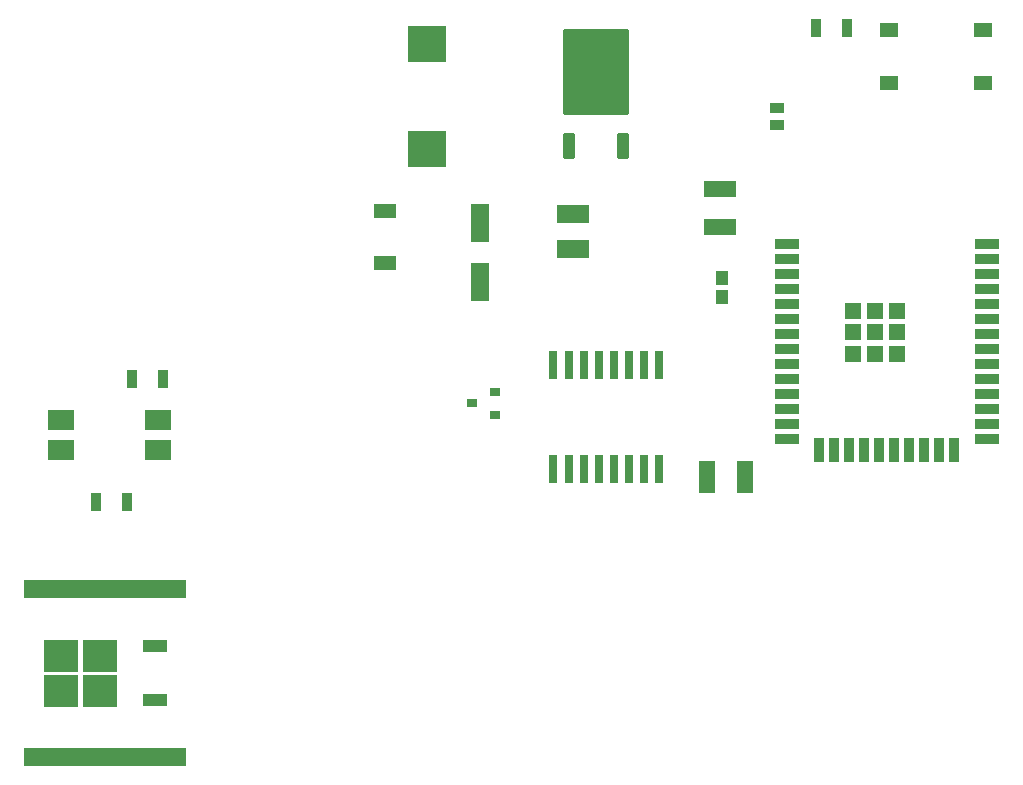
<source format=gtp>
G04*
G04 #@! TF.GenerationSoftware,Altium Limited,Altium Designer,25.1.2 (22)*
G04*
G04 Layer_Color=8421504*
%FSLAX44Y44*%
%MOMM*%
G71*
G04*
G04 #@! TF.SameCoordinates,735CD127-3729-4D2A-A9AC-AB826B6A9FB7*
G04*
G04*
G04 #@! TF.FilePolarity,Positive*
G04*
G01*
G75*
%ADD14R,3.0000X2.7000*%
%ADD15R,2.1000X1.1000*%
%ADD16R,1.9000X1.2000*%
%ADD17R,0.8000X2.4000*%
%ADD18R,0.7000X2.4000*%
G04:AMPARAMS|DCode=19|XSize=5.55mm|YSize=7.2mm|CornerRadius=0.0555mm|HoleSize=0mm|Usage=FLASHONLY|Rotation=180.000|XOffset=0mm|YOffset=0mm|HoleType=Round|Shape=RoundedRectangle|*
%AMROUNDEDRECTD19*
21,1,5.5500,7.0890,0,0,180.0*
21,1,5.4390,7.2000,0,0,180.0*
1,1,0.1110,-2.7195,3.5445*
1,1,0.1110,2.7195,3.5445*
1,1,0.1110,2.7195,-3.5445*
1,1,0.1110,-2.7195,-3.5445*
%
%ADD19ROUNDEDRECTD19*%
G04:AMPARAMS|DCode=20|XSize=1mm|YSize=2.2mm|CornerRadius=0.05mm|HoleSize=0mm|Usage=FLASHONLY|Rotation=180.000|XOffset=0mm|YOffset=0mm|HoleType=Round|Shape=RoundedRectangle|*
%AMROUNDEDRECTD20*
21,1,1.0000,2.1000,0,0,180.0*
21,1,0.9000,2.2000,0,0,180.0*
1,1,0.1000,-0.4500,1.0500*
1,1,0.1000,0.4500,1.0500*
1,1,0.1000,0.4500,-1.0500*
1,1,0.1000,-0.4500,-1.0500*
%
%ADD20ROUNDEDRECTD20*%
%ADD21R,0.9000X0.8000*%
%ADD22R,2.0000X0.9000*%
%ADD23R,0.9000X2.0000*%
%ADD24R,1.3300X1.3300*%
%ADD25R,1.3500X2.8000*%
%ADD26R,2.8000X1.3500*%
%ADD27R,1.0121X1.2084*%
%ADD28R,0.9000X1.5500*%
%ADD29R,13.7160X1.5240*%
%ADD30R,2.2000X1.7000*%
%ADD31R,1.6000X3.2000*%
%ADD32R,1.5500X1.3000*%
%ADD33R,3.2510X3.1240*%
%ADD34R,2.8000X1.6000*%
%ADD35R,1.2621X0.9578*%
D14*
X208880Y132320D02*
D03*
Y162320D02*
D03*
X241880Y132320D02*
D03*
Y162320D02*
D03*
D15*
X288380Y124520D02*
D03*
Y170120D02*
D03*
D16*
X483362Y494382D02*
D03*
Y538382D02*
D03*
D17*
X715510Y320490D02*
D03*
X625610D02*
D03*
Y408490D02*
D03*
X715510D02*
D03*
D18*
X702310Y320490D02*
D03*
X689610D02*
D03*
X676910D02*
D03*
X664210D02*
D03*
X651510D02*
D03*
X638810D02*
D03*
Y408490D02*
D03*
X651510D02*
D03*
X664210D02*
D03*
X676910D02*
D03*
X689610D02*
D03*
X702310D02*
D03*
D19*
X661670Y656540D02*
D03*
D20*
X684470Y593540D02*
D03*
X638870D02*
D03*
D21*
X576420Y366420D02*
D03*
Y385420D02*
D03*
X556420Y375920D02*
D03*
D22*
X823130Y511070D02*
D03*
Y498370D02*
D03*
Y485670D02*
D03*
Y472970D02*
D03*
Y460270D02*
D03*
Y447570D02*
D03*
Y434870D02*
D03*
Y422170D02*
D03*
Y409470D02*
D03*
Y396770D02*
D03*
Y384070D02*
D03*
Y371370D02*
D03*
Y358670D02*
D03*
Y345970D02*
D03*
X993130D02*
D03*
Y358670D02*
D03*
Y371370D02*
D03*
Y384070D02*
D03*
Y396770D02*
D03*
Y409470D02*
D03*
Y422170D02*
D03*
Y434870D02*
D03*
Y447570D02*
D03*
Y460270D02*
D03*
Y472970D02*
D03*
Y485670D02*
D03*
Y498370D02*
D03*
Y511070D02*
D03*
D23*
X850980Y335970D02*
D03*
X863680D02*
D03*
X876380D02*
D03*
X889080D02*
D03*
X901780D02*
D03*
X914480D02*
D03*
X927180D02*
D03*
X939880D02*
D03*
X952580D02*
D03*
X965280D02*
D03*
D24*
X879780Y454420D02*
D03*
X898130D02*
D03*
X916480D02*
D03*
X879780Y436070D02*
D03*
X898130D02*
D03*
X916480D02*
D03*
X879780Y417720D02*
D03*
X898130D02*
D03*
X916480D02*
D03*
D25*
X756160Y313690D02*
D03*
X788160D02*
D03*
D26*
X767080Y525020D02*
D03*
Y557020D02*
D03*
D27*
X768350Y481729D02*
D03*
Y465691D02*
D03*
D28*
X264560Y292500D02*
D03*
X238060D02*
D03*
X295190Y396240D02*
D03*
X268690D02*
D03*
X874310Y693420D02*
D03*
X847810D02*
D03*
D29*
X246380Y218440D02*
D03*
Y76200D02*
D03*
D30*
X291190Y336550D02*
D03*
Y361950D02*
D03*
X209190D02*
D03*
Y336550D02*
D03*
D31*
X563372Y528682D02*
D03*
Y478682D02*
D03*
D32*
X910210Y691790D02*
D03*
X989710D02*
D03*
X910210Y646790D02*
D03*
X989710D02*
D03*
D33*
X518922Y591057D02*
D03*
Y680467D02*
D03*
D34*
X642620Y535940D02*
D03*
Y506440D02*
D03*
D35*
X815340Y611218D02*
D03*
Y625762D02*
D03*
M02*

</source>
